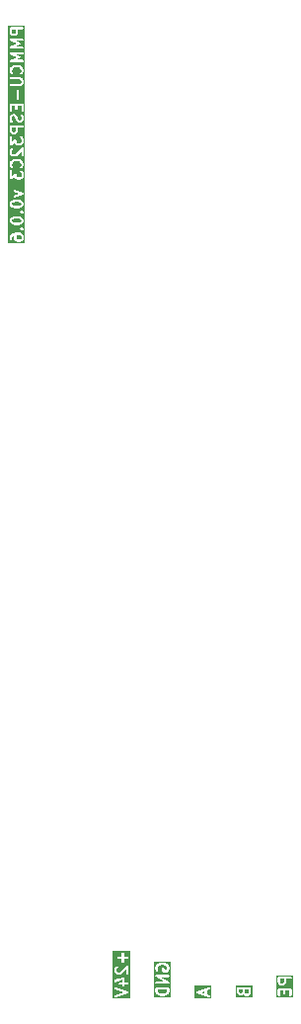
<source format=gbr>
%TF.GenerationSoftware,KiCad,Pcbnew,9.0.2*%
%TF.CreationDate,2025-05-30T08:42:43+03:00*%
%TF.ProjectId,PMMCU-ESP32C3,504d4d43-552d-4455-9350-333243332e6b,rev?*%
%TF.SameCoordinates,Original*%
%TF.FileFunction,Legend,Bot*%
%TF.FilePolarity,Positive*%
%FSLAX46Y46*%
G04 Gerber Fmt 4.6, Leading zero omitted, Abs format (unit mm)*
G04 Created by KiCad (PCBNEW 9.0.2) date 2025-05-30 08:42:43*
%MOMM*%
%LPD*%
G01*
G04 APERTURE LIST*
%ADD10C,0.200000*%
G04 APERTURE END LIST*
D10*
G36*
X21852219Y-46963862D02*
G01*
X21822414Y-47023471D01*
X21797746Y-47048138D01*
X21738135Y-47077945D01*
X21642492Y-47077945D01*
X21582882Y-47048140D01*
X21563430Y-47028688D01*
X21528409Y-46923623D01*
X21528409Y-46706517D01*
X21852219Y-46706517D01*
X21852219Y-46963862D01*
G37*
G36*
X21328409Y-46916243D02*
G01*
X21298604Y-46975852D01*
X21273935Y-47000520D01*
X21214326Y-47030326D01*
X21166302Y-47030326D01*
X21106692Y-47000521D01*
X21082024Y-46975852D01*
X21052219Y-46916242D01*
X21052219Y-46706517D01*
X21328409Y-46706517D01*
X21328409Y-46916243D01*
G37*
G36*
X22163330Y-47389056D02*
G01*
X20741108Y-47389056D01*
X20741108Y-46606517D01*
X20852219Y-46606517D01*
X20852219Y-46939850D01*
X20854140Y-46959359D01*
X20855515Y-46962679D01*
X20855770Y-46966263D01*
X20862776Y-46984571D01*
X20910395Y-47079809D01*
X20915680Y-47088205D01*
X20916691Y-47090645D01*
X20918944Y-47093391D01*
X20920838Y-47096399D01*
X20922832Y-47098128D01*
X20929127Y-47105799D01*
X20976746Y-47153417D01*
X20984412Y-47159709D01*
X20986145Y-47161707D01*
X20989153Y-47163600D01*
X20991899Y-47165854D01*
X20994339Y-47166864D01*
X21002736Y-47172150D01*
X21097973Y-47219769D01*
X21116282Y-47226775D01*
X21119865Y-47227029D01*
X21123186Y-47228405D01*
X21142695Y-47230326D01*
X21237933Y-47230326D01*
X21257442Y-47228405D01*
X21260762Y-47227029D01*
X21264346Y-47226775D01*
X21282654Y-47219769D01*
X21377892Y-47172150D01*
X21386288Y-47166864D01*
X21388728Y-47165854D01*
X21391474Y-47163600D01*
X21394482Y-47161707D01*
X21396211Y-47159712D01*
X21403882Y-47153418D01*
X21404670Y-47152629D01*
X21405317Y-47153418D01*
X21452936Y-47201036D01*
X21460602Y-47207328D01*
X21462335Y-47209326D01*
X21465343Y-47211219D01*
X21468089Y-47213473D01*
X21470529Y-47214483D01*
X21478926Y-47219769D01*
X21574163Y-47267388D01*
X21592472Y-47274394D01*
X21596055Y-47274648D01*
X21599376Y-47276024D01*
X21618885Y-47277945D01*
X21761742Y-47277945D01*
X21781251Y-47276024D01*
X21784571Y-47274648D01*
X21788155Y-47274394D01*
X21806463Y-47267388D01*
X21901701Y-47219769D01*
X21910093Y-47214485D01*
X21912537Y-47213474D01*
X21915286Y-47211217D01*
X21918291Y-47209326D01*
X21920020Y-47207331D01*
X21927690Y-47201037D01*
X21975310Y-47153419D01*
X21981603Y-47145750D01*
X21983600Y-47144019D01*
X21985493Y-47141010D01*
X21987747Y-47138265D01*
X21988757Y-47135824D01*
X21994043Y-47127428D01*
X22041662Y-47032191D01*
X22048668Y-47013882D01*
X22048922Y-47010298D01*
X22050298Y-47006978D01*
X22052219Y-46987469D01*
X22052219Y-46606517D01*
X22050298Y-46587008D01*
X22035366Y-46550960D01*
X22007776Y-46523370D01*
X21971728Y-46508438D01*
X21952219Y-46506517D01*
X20952219Y-46506517D01*
X20932710Y-46508438D01*
X20896662Y-46523370D01*
X20869072Y-46550960D01*
X20854140Y-46587008D01*
X20852219Y-46606517D01*
X20741108Y-46606517D01*
X20741108Y-46395406D01*
X22163330Y-46395406D01*
X22163330Y-47389056D01*
G37*
G36*
X24876028Y-46059100D02*
G01*
X24846223Y-46118709D01*
X24821554Y-46143377D01*
X24761945Y-46173183D01*
X24666302Y-46173183D01*
X24606692Y-46143378D01*
X24582024Y-46118709D01*
X24552219Y-46059099D01*
X24552219Y-45801755D01*
X24876028Y-45801755D01*
X24876028Y-46059100D01*
G37*
G36*
X25663330Y-47387135D02*
G01*
X24241108Y-47387135D01*
X24241108Y-46701755D01*
X24352219Y-46701755D01*
X24352219Y-47177945D01*
X24354140Y-47197454D01*
X24369072Y-47233502D01*
X24396662Y-47261092D01*
X24432710Y-47276024D01*
X24471728Y-47276024D01*
X24507776Y-47261092D01*
X24535366Y-47233502D01*
X24550298Y-47197454D01*
X24552219Y-47177945D01*
X24552219Y-46801755D01*
X24828409Y-46801755D01*
X24828409Y-47035088D01*
X24830330Y-47054597D01*
X24845262Y-47090645D01*
X24872852Y-47118235D01*
X24908900Y-47133167D01*
X24947918Y-47133167D01*
X24983966Y-47118235D01*
X25011556Y-47090645D01*
X25026488Y-47054597D01*
X25028409Y-47035088D01*
X25028409Y-46801755D01*
X25352219Y-46801755D01*
X25352219Y-47177945D01*
X25354140Y-47197454D01*
X25369072Y-47233502D01*
X25396662Y-47261092D01*
X25432710Y-47276024D01*
X25471728Y-47276024D01*
X25507776Y-47261092D01*
X25535366Y-47233502D01*
X25550298Y-47197454D01*
X25552219Y-47177945D01*
X25552219Y-46701755D01*
X25550298Y-46682246D01*
X25535366Y-46646198D01*
X25507776Y-46618608D01*
X25471728Y-46603676D01*
X25452219Y-46601755D01*
X24452219Y-46601755D01*
X24432710Y-46603676D01*
X24396662Y-46618608D01*
X24369072Y-46646198D01*
X24354140Y-46682246D01*
X24352219Y-46701755D01*
X24241108Y-46701755D01*
X24241108Y-45701755D01*
X24352219Y-45701755D01*
X24352219Y-46082707D01*
X24354140Y-46102216D01*
X24355515Y-46105536D01*
X24355770Y-46109120D01*
X24362776Y-46127428D01*
X24410395Y-46222666D01*
X24415680Y-46231062D01*
X24416691Y-46233502D01*
X24418944Y-46236248D01*
X24420838Y-46239256D01*
X24422832Y-46240985D01*
X24429127Y-46248656D01*
X24476746Y-46296274D01*
X24484412Y-46302566D01*
X24486145Y-46304564D01*
X24489153Y-46306457D01*
X24491899Y-46308711D01*
X24494339Y-46309721D01*
X24502736Y-46315007D01*
X24597973Y-46362626D01*
X24616282Y-46369632D01*
X24619865Y-46369886D01*
X24623186Y-46371262D01*
X24642695Y-46373183D01*
X24785552Y-46373183D01*
X24805061Y-46371262D01*
X24808381Y-46369886D01*
X24811965Y-46369632D01*
X24830273Y-46362626D01*
X24925511Y-46315007D01*
X24933907Y-46309721D01*
X24936347Y-46308711D01*
X24939093Y-46306457D01*
X24942101Y-46304564D01*
X24943830Y-46302569D01*
X24951501Y-46296275D01*
X24999119Y-46248656D01*
X25005411Y-46240989D01*
X25007409Y-46239257D01*
X25009302Y-46236248D01*
X25011556Y-46233503D01*
X25012566Y-46231062D01*
X25017852Y-46222666D01*
X25065471Y-46127429D01*
X25072477Y-46109120D01*
X25072731Y-46105536D01*
X25074107Y-46102216D01*
X25076028Y-46082707D01*
X25076028Y-45801755D01*
X25452219Y-45801755D01*
X25471728Y-45799834D01*
X25507776Y-45784902D01*
X25535366Y-45757312D01*
X25550298Y-45721264D01*
X25550298Y-45682246D01*
X25535366Y-45646198D01*
X25507776Y-45618608D01*
X25471728Y-45603676D01*
X25452219Y-45601755D01*
X24452219Y-45601755D01*
X24432710Y-45603676D01*
X24396662Y-45618608D01*
X24369072Y-45646198D01*
X24354140Y-45682246D01*
X24352219Y-45701755D01*
X24241108Y-45701755D01*
X24241108Y-45490644D01*
X25663330Y-45490644D01*
X25663330Y-47387135D01*
G37*
G36*
X2297746Y17881474D02*
G01*
X2322414Y17856807D01*
X2352219Y17797197D01*
X2352219Y17653935D01*
X2322414Y17594326D01*
X2297746Y17569659D01*
X2238135Y17539852D01*
X2047254Y17539852D01*
X1987644Y17569657D01*
X1962976Y17594326D01*
X1933171Y17653936D01*
X1933171Y17797197D01*
X1962976Y17856807D01*
X1987644Y17881476D01*
X2047254Y17911280D01*
X2238135Y17911280D01*
X2297746Y17881474D01*
G37*
G36*
X2226837Y19297881D02*
G01*
X2297746Y19262426D01*
X2322414Y19237759D01*
X2352219Y19178149D01*
X2352219Y19130125D01*
X2322414Y19070516D01*
X2297746Y19045849D01*
X2226837Y19010394D01*
X2058956Y18968423D01*
X1845480Y18968423D01*
X1677599Y19010394D01*
X1606692Y19045847D01*
X1582024Y19070516D01*
X1552219Y19130126D01*
X1552219Y19178149D01*
X1582024Y19237759D01*
X1606692Y19262428D01*
X1677599Y19297881D01*
X1845480Y19339851D01*
X2058956Y19339851D01*
X2226837Y19297881D01*
G37*
G36*
X2226837Y20726452D02*
G01*
X2297746Y20690997D01*
X2322414Y20666330D01*
X2352219Y20606720D01*
X2352219Y20558696D01*
X2322414Y20499087D01*
X2297746Y20474420D01*
X2226837Y20438965D01*
X2058956Y20396994D01*
X1845480Y20396994D01*
X1677599Y20438965D01*
X1606692Y20474418D01*
X1582024Y20499087D01*
X1552219Y20558697D01*
X1552219Y20606720D01*
X1582024Y20666330D01*
X1606692Y20690999D01*
X1677599Y20726452D01*
X1845480Y20768422D01*
X2058956Y20768422D01*
X2226837Y20726452D01*
G37*
G36*
X1876028Y26844411D02*
G01*
X1846223Y26784802D01*
X1821554Y26760134D01*
X1761945Y26730328D01*
X1666302Y26730328D01*
X1606692Y26760133D01*
X1582024Y26784802D01*
X1552219Y26844412D01*
X1552219Y27101756D01*
X1876028Y27101756D01*
X1876028Y26844411D01*
G37*
G36*
X1876028Y35272982D02*
G01*
X1846223Y35213373D01*
X1821554Y35188705D01*
X1761945Y35158899D01*
X1666302Y35158899D01*
X1606692Y35188704D01*
X1582024Y35213373D01*
X1552219Y35272983D01*
X1552219Y35530327D01*
X1876028Y35530327D01*
X1876028Y35272982D01*
G37*
G36*
X2663330Y17228741D02*
G01*
X1241108Y17228741D01*
X1241108Y17725566D01*
X1352219Y17725566D01*
X1352219Y17535090D01*
X1354140Y17515581D01*
X1369072Y17479533D01*
X1396662Y17451943D01*
X1432710Y17437011D01*
X1471728Y17437011D01*
X1507776Y17451943D01*
X1535366Y17479533D01*
X1550298Y17515581D01*
X1552219Y17535090D01*
X1552219Y17701959D01*
X1582024Y17761569D01*
X1611165Y17790711D01*
X1731372Y17870849D01*
X1748534Y17875139D01*
X1743728Y17865525D01*
X1736722Y17847217D01*
X1736467Y17843634D01*
X1735092Y17840313D01*
X1733171Y17820804D01*
X1733171Y17630328D01*
X1735092Y17610819D01*
X1736467Y17607499D01*
X1736722Y17603915D01*
X1743728Y17585607D01*
X1791347Y17490369D01*
X1796632Y17481973D01*
X1797643Y17479533D01*
X1799896Y17476787D01*
X1801790Y17473779D01*
X1803784Y17472050D01*
X1810079Y17464379D01*
X1857698Y17416761D01*
X1865364Y17410469D01*
X1867097Y17408471D01*
X1870105Y17406578D01*
X1872851Y17404324D01*
X1875291Y17403314D01*
X1883688Y17398028D01*
X1978925Y17350409D01*
X1997234Y17343403D01*
X2000817Y17343149D01*
X2004138Y17341773D01*
X2023647Y17339852D01*
X2261742Y17339852D01*
X2281251Y17341773D01*
X2284571Y17343149D01*
X2288155Y17343403D01*
X2306463Y17350409D01*
X2401701Y17398028D01*
X2410093Y17403312D01*
X2412537Y17404323D01*
X2415286Y17406580D01*
X2418291Y17408471D01*
X2420020Y17410466D01*
X2427690Y17416760D01*
X2475310Y17464378D01*
X2481603Y17472047D01*
X2483600Y17473778D01*
X2485493Y17476787D01*
X2487747Y17479532D01*
X2488757Y17481973D01*
X2494043Y17490369D01*
X2541662Y17585606D01*
X2548668Y17603915D01*
X2548922Y17607499D01*
X2550298Y17610819D01*
X2552219Y17630328D01*
X2552219Y17820804D01*
X2550298Y17840313D01*
X2548922Y17843634D01*
X2548668Y17847217D01*
X2541662Y17865526D01*
X2494043Y17960763D01*
X2488757Y17969160D01*
X2487747Y17971600D01*
X2485493Y17974346D01*
X2483600Y17977354D01*
X2481603Y17979086D01*
X2475310Y17986754D01*
X2427690Y18034372D01*
X2420020Y18040667D01*
X2418291Y18042661D01*
X2415286Y18044553D01*
X2412537Y18046809D01*
X2410093Y18047821D01*
X2401701Y18053104D01*
X2306463Y18100723D01*
X2288155Y18107729D01*
X2284571Y18107984D01*
X2281251Y18109359D01*
X2261742Y18111280D01*
X1880790Y18111280D01*
X1877387Y18110945D01*
X1875929Y18111162D01*
X1868631Y18110083D01*
X1861281Y18109359D01*
X1859917Y18108795D01*
X1856536Y18108294D01*
X1666060Y18060675D01*
X1654565Y18056569D01*
X1652142Y18056089D01*
X1649945Y18054919D01*
X1647600Y18054080D01*
X1645613Y18052609D01*
X1634844Y18046866D01*
X1491987Y17951628D01*
X1491933Y17951585D01*
X1491899Y17951570D01*
X1484413Y17945426D01*
X1476820Y17939208D01*
X1476798Y17939177D01*
X1476746Y17939133D01*
X1429127Y17891515D01*
X1422832Y17883845D01*
X1420838Y17882115D01*
X1418944Y17879108D01*
X1416691Y17876361D01*
X1415680Y17873922D01*
X1410395Y17865525D01*
X1362776Y17770287D01*
X1355770Y17751979D01*
X1355515Y17748396D01*
X1354140Y17745075D01*
X1352219Y17725566D01*
X1241108Y17725566D01*
X1241108Y18459360D01*
X2258901Y18459360D01*
X2258901Y18420342D01*
X2260385Y18416759D01*
X2273832Y18384294D01*
X2273833Y18384293D01*
X2286270Y18369140D01*
X2333890Y18321521D01*
X2349043Y18309084D01*
X2374533Y18298527D01*
X2385091Y18294153D01*
X2385092Y18294153D01*
X2424109Y18294153D01*
X2445226Y18302901D01*
X2460158Y18309085D01*
X2460162Y18309090D01*
X2475311Y18321521D01*
X2522929Y18369140D01*
X2535366Y18384293D01*
X2546735Y18411741D01*
X2550298Y18420342D01*
X2550298Y18459360D01*
X2535366Y18495408D01*
X2535366Y18495409D01*
X2522929Y18510562D01*
X2475311Y18558181D01*
X2460162Y18570613D01*
X2460158Y18570617D01*
X2445226Y18576802D01*
X2424109Y18585549D01*
X2385091Y18585549D01*
X2374533Y18581176D01*
X2349043Y18570618D01*
X2333890Y18558181D01*
X2286270Y18510562D01*
X2273833Y18495409D01*
X2273832Y18495408D01*
X2263274Y18469918D01*
X2258901Y18459360D01*
X1241108Y18459360D01*
X1241108Y19201756D01*
X1352219Y19201756D01*
X1352219Y19106518D01*
X1354140Y19087009D01*
X1355515Y19083689D01*
X1355770Y19080105D01*
X1362776Y19061797D01*
X1410395Y18966559D01*
X1415680Y18958163D01*
X1416691Y18955723D01*
X1418944Y18952977D01*
X1420838Y18949969D01*
X1422832Y18948240D01*
X1429127Y18940569D01*
X1476746Y18892951D01*
X1484412Y18886659D01*
X1486145Y18884661D01*
X1489153Y18882768D01*
X1491899Y18880514D01*
X1494339Y18879504D01*
X1502736Y18874218D01*
X1597973Y18826599D01*
X1599401Y18826053D01*
X1599981Y18825623D01*
X1608157Y18822702D01*
X1616282Y18819593D01*
X1617002Y18819542D01*
X1618441Y18819028D01*
X1808917Y18771409D01*
X1812298Y18770909D01*
X1813662Y18770344D01*
X1821012Y18769621D01*
X1828310Y18768541D01*
X1829768Y18768759D01*
X1833171Y18768423D01*
X2071266Y18768423D01*
X2074668Y18768759D01*
X2076127Y18768541D01*
X2083424Y18769621D01*
X2090775Y18770344D01*
X2092138Y18770909D01*
X2095520Y18771409D01*
X2285995Y18819028D01*
X2287432Y18819542D01*
X2288155Y18819593D01*
X2296279Y18822702D01*
X2304456Y18825623D01*
X2305036Y18826054D01*
X2306463Y18826599D01*
X2401701Y18874218D01*
X2410093Y18879502D01*
X2412537Y18880513D01*
X2415286Y18882770D01*
X2418291Y18884661D01*
X2420020Y18886656D01*
X2427690Y18892950D01*
X2475310Y18940568D01*
X2481603Y18948237D01*
X2483600Y18949968D01*
X2485493Y18952977D01*
X2487747Y18955722D01*
X2488757Y18958163D01*
X2494043Y18966559D01*
X2541662Y19061796D01*
X2548668Y19080105D01*
X2548922Y19083689D01*
X2550298Y19087009D01*
X2552219Y19106518D01*
X2552219Y19201756D01*
X2550298Y19221265D01*
X2548922Y19224586D01*
X2548668Y19228169D01*
X2541662Y19246478D01*
X2494043Y19341715D01*
X2488757Y19350112D01*
X2487747Y19352552D01*
X2485493Y19355298D01*
X2483600Y19358306D01*
X2481603Y19360038D01*
X2475310Y19367706D01*
X2427690Y19415324D01*
X2420020Y19421619D01*
X2418291Y19423613D01*
X2415286Y19425505D01*
X2412537Y19427761D01*
X2410093Y19428773D01*
X2401701Y19434056D01*
X2306463Y19481675D01*
X2305036Y19482221D01*
X2304456Y19482651D01*
X2296279Y19485573D01*
X2288155Y19488681D01*
X2287432Y19488733D01*
X2285995Y19489246D01*
X2095520Y19536865D01*
X2092138Y19537366D01*
X2090775Y19537930D01*
X2083424Y19538654D01*
X2076127Y19539733D01*
X2074668Y19539516D01*
X2071266Y19539851D01*
X1833171Y19539851D01*
X1829768Y19539516D01*
X1828310Y19539733D01*
X1821012Y19538654D01*
X1813662Y19537930D01*
X1812298Y19537366D01*
X1808917Y19536865D01*
X1618441Y19489246D01*
X1617002Y19488733D01*
X1616282Y19488681D01*
X1608157Y19485573D01*
X1599981Y19482651D01*
X1599401Y19482222D01*
X1597973Y19481675D01*
X1502736Y19434056D01*
X1494339Y19428771D01*
X1491899Y19427760D01*
X1489153Y19425507D01*
X1486145Y19423613D01*
X1484412Y19421616D01*
X1476746Y19415323D01*
X1429127Y19367705D01*
X1422832Y19360035D01*
X1420838Y19358305D01*
X1418944Y19355298D01*
X1416691Y19352551D01*
X1415680Y19350112D01*
X1410395Y19341715D01*
X1362776Y19246477D01*
X1355770Y19228169D01*
X1355515Y19224586D01*
X1354140Y19221265D01*
X1352219Y19201756D01*
X1241108Y19201756D01*
X1241108Y19887931D01*
X2258901Y19887931D01*
X2258901Y19848913D01*
X2260385Y19845330D01*
X2273832Y19812865D01*
X2273833Y19812864D01*
X2286270Y19797711D01*
X2333890Y19750092D01*
X2349043Y19737655D01*
X2374533Y19727098D01*
X2385091Y19722724D01*
X2385092Y19722724D01*
X2424109Y19722724D01*
X2445226Y19731472D01*
X2460158Y19737656D01*
X2460162Y19737661D01*
X2475311Y19750092D01*
X2522929Y19797711D01*
X2535366Y19812864D01*
X2546735Y19840312D01*
X2550298Y19848913D01*
X2550298Y19887931D01*
X2535366Y19923979D01*
X2535366Y19923980D01*
X2522929Y19939133D01*
X2475311Y19986752D01*
X2460162Y19999184D01*
X2460158Y19999188D01*
X2445226Y20005373D01*
X2424109Y20014120D01*
X2385091Y20014120D01*
X2374533Y20009747D01*
X2349043Y19999189D01*
X2333890Y19986752D01*
X2286270Y19939133D01*
X2273833Y19923980D01*
X2273832Y19923979D01*
X2263274Y19898489D01*
X2258901Y19887931D01*
X1241108Y19887931D01*
X1241108Y20630327D01*
X1352219Y20630327D01*
X1352219Y20535089D01*
X1354140Y20515580D01*
X1355515Y20512260D01*
X1355770Y20508676D01*
X1362776Y20490368D01*
X1410395Y20395130D01*
X1415680Y20386734D01*
X1416691Y20384294D01*
X1418944Y20381548D01*
X1420838Y20378540D01*
X1422832Y20376811D01*
X1429127Y20369140D01*
X1476746Y20321522D01*
X1484412Y20315230D01*
X1486145Y20313232D01*
X1489153Y20311339D01*
X1491899Y20309085D01*
X1494339Y20308075D01*
X1502736Y20302789D01*
X1597973Y20255170D01*
X1599401Y20254624D01*
X1599981Y20254194D01*
X1608157Y20251273D01*
X1616282Y20248164D01*
X1617002Y20248113D01*
X1618441Y20247599D01*
X1808917Y20199980D01*
X1812298Y20199480D01*
X1813662Y20198915D01*
X1821012Y20198192D01*
X1828310Y20197112D01*
X1829768Y20197330D01*
X1833171Y20196994D01*
X2071266Y20196994D01*
X2074668Y20197330D01*
X2076127Y20197112D01*
X2083424Y20198192D01*
X2090775Y20198915D01*
X2092138Y20199480D01*
X2095520Y20199980D01*
X2285995Y20247599D01*
X2287432Y20248113D01*
X2288155Y20248164D01*
X2296279Y20251273D01*
X2304456Y20254194D01*
X2305036Y20254625D01*
X2306463Y20255170D01*
X2401701Y20302789D01*
X2410093Y20308073D01*
X2412537Y20309084D01*
X2415286Y20311341D01*
X2418291Y20313232D01*
X2420020Y20315227D01*
X2427690Y20321521D01*
X2475310Y20369139D01*
X2481603Y20376808D01*
X2483600Y20378539D01*
X2485493Y20381548D01*
X2487747Y20384293D01*
X2488757Y20386734D01*
X2494043Y20395130D01*
X2541662Y20490367D01*
X2548668Y20508676D01*
X2548922Y20512260D01*
X2550298Y20515580D01*
X2552219Y20535089D01*
X2552219Y20630327D01*
X2550298Y20649836D01*
X2548922Y20653157D01*
X2548668Y20656740D01*
X2541662Y20675049D01*
X2494043Y20770286D01*
X2488757Y20778683D01*
X2487747Y20781123D01*
X2485493Y20783869D01*
X2483600Y20786877D01*
X2481603Y20788609D01*
X2475310Y20796277D01*
X2427690Y20843895D01*
X2420020Y20850190D01*
X2418291Y20852184D01*
X2415286Y20854076D01*
X2412537Y20856332D01*
X2410093Y20857344D01*
X2401701Y20862627D01*
X2306463Y20910246D01*
X2305036Y20910792D01*
X2304456Y20911222D01*
X2296279Y20914144D01*
X2288155Y20917252D01*
X2287432Y20917304D01*
X2285995Y20917817D01*
X2095520Y20965436D01*
X2092138Y20965937D01*
X2090775Y20966501D01*
X2083424Y20967225D01*
X2076127Y20968304D01*
X2074668Y20968087D01*
X2071266Y20968422D01*
X1833171Y20968422D01*
X1829768Y20968087D01*
X1828310Y20968304D01*
X1821012Y20967225D01*
X1813662Y20966501D01*
X1812298Y20965937D01*
X1808917Y20965436D01*
X1618441Y20917817D01*
X1617002Y20917304D01*
X1616282Y20917252D01*
X1608157Y20914144D01*
X1599981Y20911222D01*
X1599401Y20910793D01*
X1597973Y20910246D01*
X1502736Y20862627D01*
X1494339Y20857342D01*
X1491899Y20856331D01*
X1489153Y20854078D01*
X1486145Y20852184D01*
X1484412Y20850187D01*
X1476746Y20843894D01*
X1429127Y20796276D01*
X1422832Y20788606D01*
X1420838Y20786876D01*
X1418944Y20783869D01*
X1416691Y20781122D01*
X1415680Y20778683D01*
X1410395Y20770286D01*
X1362776Y20675048D01*
X1355770Y20656740D01*
X1355515Y20653157D01*
X1354140Y20649836D01*
X1352219Y20630327D01*
X1241108Y20630327D01*
X1241108Y21692561D01*
X1686625Y21692561D01*
X1688563Y21653591D01*
X1705266Y21618329D01*
X1734192Y21592142D01*
X1751918Y21583772D01*
X2154897Y21439851D01*
X1751918Y21295930D01*
X1734192Y21287560D01*
X1705266Y21261373D01*
X1688563Y21226111D01*
X1686625Y21187141D01*
X1699748Y21150396D01*
X1725935Y21121470D01*
X1761197Y21104767D01*
X1800167Y21102829D01*
X1819186Y21107582D01*
X2485852Y21345677D01*
X2503579Y21354047D01*
X2507301Y21357418D01*
X2511836Y21359565D01*
X2521657Y21370415D01*
X2532504Y21380234D01*
X2534651Y21384769D01*
X2538022Y21388491D01*
X2542943Y21402273D01*
X2549208Y21415496D01*
X2549457Y21420511D01*
X2551145Y21425236D01*
X2550418Y21439851D01*
X2551145Y21454466D01*
X2549457Y21459192D01*
X2549208Y21464206D01*
X2542943Y21477430D01*
X2538022Y21491211D01*
X2534651Y21494934D01*
X2532504Y21499468D01*
X2521657Y21509288D01*
X2511836Y21520137D01*
X2507301Y21522285D01*
X2503579Y21525655D01*
X2485852Y21534025D01*
X1819186Y21772120D01*
X1800167Y21776873D01*
X1761197Y21774935D01*
X1725935Y21758232D01*
X1699748Y21729306D01*
X1686625Y21692561D01*
X1241108Y21692561D01*
X1241108Y23392232D01*
X1352219Y23392232D01*
X1352219Y22773185D01*
X1353234Y22762868D01*
X1353060Y22760243D01*
X1353671Y22758436D01*
X1354140Y22753676D01*
X1360355Y22738671D01*
X1365560Y22723282D01*
X1367781Y22720743D01*
X1369072Y22717628D01*
X1380556Y22706144D01*
X1391254Y22693918D01*
X1394277Y22692423D01*
X1396662Y22690038D01*
X1411668Y22683822D01*
X1426229Y22676621D01*
X1429594Y22676397D01*
X1432710Y22675106D01*
X1448958Y22675106D01*
X1465161Y22674026D01*
X1468354Y22675106D01*
X1471728Y22675106D01*
X1486733Y22681322D01*
X1502122Y22686526D01*
X1506012Y22689308D01*
X1507776Y22690038D01*
X1509635Y22691898D01*
X1518069Y22697927D01*
X1751923Y22902550D01*
X1791347Y22823702D01*
X1796632Y22815306D01*
X1797643Y22812866D01*
X1799896Y22810120D01*
X1801790Y22807112D01*
X1803784Y22805383D01*
X1810079Y22797712D01*
X1857698Y22750094D01*
X1865364Y22743802D01*
X1867097Y22741804D01*
X1870105Y22739911D01*
X1872851Y22737657D01*
X1875291Y22736647D01*
X1883688Y22731361D01*
X1978925Y22683742D01*
X1997234Y22676736D01*
X2000817Y22676482D01*
X2004138Y22675106D01*
X2023647Y22673185D01*
X2261742Y22673185D01*
X2281251Y22675106D01*
X2284571Y22676482D01*
X2288155Y22676736D01*
X2306463Y22683742D01*
X2401701Y22731361D01*
X2410093Y22736645D01*
X2412537Y22737656D01*
X2415286Y22739913D01*
X2418291Y22741804D01*
X2420020Y22743799D01*
X2427690Y22750093D01*
X2475310Y22797711D01*
X2481603Y22805380D01*
X2483600Y22807111D01*
X2485493Y22810120D01*
X2487747Y22812865D01*
X2488757Y22815306D01*
X2494043Y22823702D01*
X2541662Y22918939D01*
X2548668Y22937248D01*
X2548922Y22940832D01*
X2550298Y22944152D01*
X2552219Y22963661D01*
X2552219Y23249375D01*
X2550298Y23268884D01*
X2548922Y23272205D01*
X2548668Y23275788D01*
X2541662Y23294097D01*
X2494043Y23389334D01*
X2488757Y23397731D01*
X2487747Y23400171D01*
X2485493Y23402917D01*
X2483600Y23405925D01*
X2481603Y23407657D01*
X2475310Y23415325D01*
X2427690Y23462943D01*
X2412537Y23475380D01*
X2376488Y23490311D01*
X2337470Y23490310D01*
X2301422Y23475379D01*
X2273832Y23447789D01*
X2258901Y23411740D01*
X2258902Y23372722D01*
X2273833Y23336674D01*
X2286270Y23321521D01*
X2322414Y23285378D01*
X2352219Y23225768D01*
X2352219Y22987268D01*
X2322414Y22927659D01*
X2297746Y22902992D01*
X2238135Y22873185D01*
X2047254Y22873185D01*
X1987644Y22902990D01*
X1962976Y22927659D01*
X1933171Y22987269D01*
X1933171Y23106518D01*
X1932155Y23116836D01*
X1932330Y23119460D01*
X1931718Y23121268D01*
X1931250Y23126027D01*
X1925035Y23141031D01*
X1919830Y23156422D01*
X1917607Y23158962D01*
X1916318Y23162075D01*
X1904840Y23173553D01*
X1894136Y23185786D01*
X1891111Y23187282D01*
X1888728Y23189665D01*
X1873726Y23195880D01*
X1859161Y23203082D01*
X1855795Y23203307D01*
X1852680Y23204597D01*
X1836432Y23204597D01*
X1820229Y23205677D01*
X1817036Y23204597D01*
X1813662Y23204597D01*
X1798656Y23198382D01*
X1783268Y23193177D01*
X1779377Y23190396D01*
X1777614Y23189665D01*
X1775754Y23187806D01*
X1767321Y23181776D01*
X1552219Y22993562D01*
X1552219Y23392232D01*
X1550298Y23411741D01*
X1535366Y23447789D01*
X1507776Y23475379D01*
X1471728Y23490311D01*
X1432710Y23490311D01*
X1396662Y23475379D01*
X1369072Y23447789D01*
X1354140Y23411741D01*
X1352219Y23392232D01*
X1241108Y23392232D01*
X1241108Y24011280D01*
X1352219Y24011280D01*
X1352219Y23916042D01*
X1353191Y23906169D01*
X1353004Y23903535D01*
X1353791Y23900072D01*
X1354140Y23896533D01*
X1355151Y23894091D01*
X1357351Y23884419D01*
X1404970Y23741563D01*
X1412961Y23723662D01*
X1415316Y23720947D01*
X1416691Y23717628D01*
X1429127Y23702474D01*
X1476746Y23654856D01*
X1491899Y23642419D01*
X1527948Y23627488D01*
X1566966Y23627488D01*
X1603014Y23642419D01*
X1630604Y23670009D01*
X1645535Y23706057D01*
X1645535Y23745075D01*
X1630604Y23781124D01*
X1618167Y23796277D01*
X1587240Y23827204D01*
X1552219Y23932269D01*
X1552219Y23995053D01*
X1587240Y24100118D01*
X1654313Y24167190D01*
X1725218Y24202643D01*
X1893099Y24244613D01*
X2011337Y24244613D01*
X2179218Y24202643D01*
X2250127Y24167189D01*
X2317197Y24100119D01*
X2352219Y23995054D01*
X2352219Y23932269D01*
X2317197Y23827204D01*
X2286270Y23796277D01*
X2273833Y23781124D01*
X2258902Y23745076D01*
X2258901Y23706058D01*
X2273832Y23670009D01*
X2301422Y23642419D01*
X2337470Y23627488D01*
X2376488Y23627487D01*
X2412537Y23642418D01*
X2427690Y23654855D01*
X2475310Y23702473D01*
X2487747Y23717627D01*
X2489122Y23720947D01*
X2491477Y23723662D01*
X2499468Y23741562D01*
X2547087Y23884419D01*
X2549286Y23894092D01*
X2550298Y23896533D01*
X2550646Y23900071D01*
X2551434Y23903534D01*
X2551246Y23906169D01*
X2552219Y23916042D01*
X2552219Y24011280D01*
X2551246Y24021154D01*
X2551434Y24023788D01*
X2550646Y24027252D01*
X2550298Y24030789D01*
X2549286Y24033231D01*
X2547087Y24042903D01*
X2499468Y24185760D01*
X2491477Y24203660D01*
X2489122Y24206376D01*
X2487747Y24209695D01*
X2475311Y24224848D01*
X2380071Y24320086D01*
X2372401Y24326381D01*
X2370672Y24328375D01*
X2367667Y24330267D01*
X2364918Y24332523D01*
X2362474Y24333536D01*
X2354082Y24338818D01*
X2258844Y24386437D01*
X2257417Y24386983D01*
X2256837Y24387413D01*
X2248660Y24390335D01*
X2240536Y24393443D01*
X2239813Y24393495D01*
X2238376Y24394008D01*
X2047901Y24441627D01*
X2044519Y24442128D01*
X2043156Y24442692D01*
X2035805Y24443416D01*
X2028508Y24444495D01*
X2027049Y24444278D01*
X2023647Y24444613D01*
X1880790Y24444613D01*
X1877387Y24444278D01*
X1875929Y24444495D01*
X1868631Y24443416D01*
X1861281Y24442692D01*
X1859917Y24442128D01*
X1856536Y24441627D01*
X1666060Y24394008D01*
X1664621Y24393495D01*
X1663901Y24393443D01*
X1655776Y24390335D01*
X1647600Y24387413D01*
X1647020Y24386984D01*
X1645592Y24386437D01*
X1550355Y24338818D01*
X1541956Y24333532D01*
X1539519Y24332522D01*
X1536775Y24330271D01*
X1533764Y24328375D01*
X1532031Y24326378D01*
X1524365Y24320086D01*
X1429127Y24224848D01*
X1416691Y24209694D01*
X1415316Y24206376D01*
X1412961Y24203660D01*
X1404970Y24185759D01*
X1357351Y24042903D01*
X1355151Y24033232D01*
X1354140Y24030789D01*
X1353791Y24027251D01*
X1353004Y24023787D01*
X1353191Y24021154D01*
X1352219Y24011280D01*
X1241108Y24011280D01*
X1241108Y25154137D01*
X1352219Y25154137D01*
X1352219Y24916042D01*
X1354140Y24896533D01*
X1355515Y24893213D01*
X1355770Y24889629D01*
X1362776Y24871321D01*
X1410395Y24776083D01*
X1415680Y24767687D01*
X1416691Y24765247D01*
X1418944Y24762501D01*
X1420838Y24759493D01*
X1422832Y24757764D01*
X1429127Y24750093D01*
X1476746Y24702475D01*
X1484412Y24696183D01*
X1486145Y24694185D01*
X1489153Y24692292D01*
X1491899Y24690038D01*
X1494339Y24689028D01*
X1502736Y24683742D01*
X1597973Y24636123D01*
X1616282Y24629117D01*
X1619865Y24628863D01*
X1623186Y24627487D01*
X1642695Y24625566D01*
X1737933Y24625566D01*
X1747806Y24626539D01*
X1750440Y24626351D01*
X1753903Y24627139D01*
X1757442Y24627487D01*
X1759884Y24628499D01*
X1769556Y24630698D01*
X1912412Y24678317D01*
X1930313Y24686308D01*
X1933028Y24688664D01*
X1936347Y24690038D01*
X1951501Y24702474D01*
X2352219Y25103192D01*
X2352219Y24725566D01*
X2354140Y24706057D01*
X2369072Y24670009D01*
X2396662Y24642419D01*
X2432710Y24627487D01*
X2471728Y24627487D01*
X2507776Y24642419D01*
X2535366Y24670009D01*
X2550298Y24706057D01*
X2552219Y24725566D01*
X2552219Y25344613D01*
X2550298Y25364122D01*
X2535366Y25400170D01*
X2507776Y25427760D01*
X2471728Y25442692D01*
X2432710Y25442692D01*
X2396662Y25427760D01*
X2381508Y25415324D01*
X1826770Y24860588D01*
X1721706Y24825566D01*
X1666302Y24825566D01*
X1606692Y24855371D01*
X1582024Y24880040D01*
X1552219Y24939650D01*
X1552219Y25130530D01*
X1582024Y25190140D01*
X1618167Y25226283D01*
X1630604Y25241436D01*
X1645535Y25277485D01*
X1645535Y25316503D01*
X1630604Y25352551D01*
X1603014Y25380141D01*
X1566966Y25395072D01*
X1527948Y25395072D01*
X1491899Y25380141D01*
X1476746Y25367704D01*
X1429127Y25320086D01*
X1422832Y25312416D01*
X1420838Y25310686D01*
X1418944Y25307679D01*
X1416691Y25304932D01*
X1415680Y25302493D01*
X1410395Y25294096D01*
X1362776Y25198858D01*
X1355770Y25180550D01*
X1355515Y25176967D01*
X1354140Y25173646D01*
X1352219Y25154137D01*
X1241108Y25154137D01*
X1241108Y26296994D01*
X1352219Y26296994D01*
X1352219Y25677947D01*
X1353234Y25667630D01*
X1353060Y25665005D01*
X1353671Y25663198D01*
X1354140Y25658438D01*
X1360355Y25643433D01*
X1365560Y25628044D01*
X1367781Y25625505D01*
X1369072Y25622390D01*
X1380556Y25610906D01*
X1391254Y25598680D01*
X1394277Y25597185D01*
X1396662Y25594800D01*
X1411668Y25588584D01*
X1426229Y25581383D01*
X1429594Y25581159D01*
X1432710Y25579868D01*
X1448958Y25579868D01*
X1465161Y25578788D01*
X1468354Y25579868D01*
X1471728Y25579868D01*
X1486733Y25586084D01*
X1502122Y25591288D01*
X1506012Y25594070D01*
X1507776Y25594800D01*
X1509635Y25596660D01*
X1518069Y25602689D01*
X1751923Y25807312D01*
X1791347Y25728464D01*
X1796632Y25720068D01*
X1797643Y25717628D01*
X1799896Y25714882D01*
X1801790Y25711874D01*
X1803784Y25710145D01*
X1810079Y25702474D01*
X1857698Y25654856D01*
X1865364Y25648564D01*
X1867097Y25646566D01*
X1870105Y25644673D01*
X1872851Y25642419D01*
X1875291Y25641409D01*
X1883688Y25636123D01*
X1978925Y25588504D01*
X1997234Y25581498D01*
X2000817Y25581244D01*
X2004138Y25579868D01*
X2023647Y25577947D01*
X2261742Y25577947D01*
X2281251Y25579868D01*
X2284571Y25581244D01*
X2288155Y25581498D01*
X2306463Y25588504D01*
X2401701Y25636123D01*
X2410093Y25641407D01*
X2412537Y25642418D01*
X2415286Y25644675D01*
X2418291Y25646566D01*
X2420020Y25648561D01*
X2427690Y25654855D01*
X2475310Y25702473D01*
X2481603Y25710142D01*
X2483600Y25711873D01*
X2485493Y25714882D01*
X2487747Y25717627D01*
X2488757Y25720068D01*
X2494043Y25728464D01*
X2541662Y25823701D01*
X2548668Y25842010D01*
X2548922Y25845594D01*
X2550298Y25848914D01*
X2552219Y25868423D01*
X2552219Y26154137D01*
X2550298Y26173646D01*
X2548922Y26176967D01*
X2548668Y26180550D01*
X2541662Y26198859D01*
X2494043Y26294096D01*
X2488757Y26302493D01*
X2487747Y26304933D01*
X2485493Y26307679D01*
X2483600Y26310687D01*
X2481603Y26312419D01*
X2475310Y26320087D01*
X2427690Y26367705D01*
X2412537Y26380142D01*
X2376488Y26395073D01*
X2337470Y26395072D01*
X2301422Y26380141D01*
X2273832Y26352551D01*
X2258901Y26316502D01*
X2258902Y26277484D01*
X2273833Y26241436D01*
X2286270Y26226283D01*
X2322414Y26190140D01*
X2352219Y26130530D01*
X2352219Y25892030D01*
X2322414Y25832421D01*
X2297746Y25807754D01*
X2238135Y25777947D01*
X2047254Y25777947D01*
X1987644Y25807752D01*
X1962976Y25832421D01*
X1933171Y25892031D01*
X1933171Y26011280D01*
X1932155Y26021598D01*
X1932330Y26024222D01*
X1931718Y26026030D01*
X1931250Y26030789D01*
X1925035Y26045793D01*
X1919830Y26061184D01*
X1917607Y26063724D01*
X1916318Y26066837D01*
X1904840Y26078315D01*
X1894136Y26090548D01*
X1891111Y26092044D01*
X1888728Y26094427D01*
X1873726Y26100642D01*
X1859161Y26107844D01*
X1855795Y26108069D01*
X1852680Y26109359D01*
X1836432Y26109359D01*
X1820229Y26110439D01*
X1817036Y26109359D01*
X1813662Y26109359D01*
X1798656Y26103144D01*
X1783268Y26097939D01*
X1779377Y26095158D01*
X1777614Y26094427D01*
X1775754Y26092568D01*
X1767321Y26086538D01*
X1552219Y25898324D01*
X1552219Y26296994D01*
X1550298Y26316503D01*
X1535366Y26352551D01*
X1507776Y26380141D01*
X1471728Y26395073D01*
X1432710Y26395073D01*
X1396662Y26380141D01*
X1369072Y26352551D01*
X1354140Y26316503D01*
X1352219Y26296994D01*
X1241108Y26296994D01*
X1241108Y27201756D01*
X1352219Y27201756D01*
X1352219Y26820804D01*
X1354140Y26801295D01*
X1355515Y26797975D01*
X1355770Y26794391D01*
X1362776Y26776083D01*
X1410395Y26680845D01*
X1415680Y26672449D01*
X1416691Y26670009D01*
X1418944Y26667263D01*
X1420838Y26664255D01*
X1422832Y26662526D01*
X1429127Y26654855D01*
X1476746Y26607237D01*
X1484412Y26600945D01*
X1486145Y26598947D01*
X1489153Y26597054D01*
X1491899Y26594800D01*
X1494339Y26593790D01*
X1502736Y26588504D01*
X1597973Y26540885D01*
X1616282Y26533879D01*
X1619865Y26533625D01*
X1623186Y26532249D01*
X1642695Y26530328D01*
X1785552Y26530328D01*
X1805061Y26532249D01*
X1808381Y26533625D01*
X1811965Y26533879D01*
X1830273Y26540885D01*
X1925511Y26588504D01*
X1933907Y26593790D01*
X1936347Y26594800D01*
X1939093Y26597054D01*
X1942101Y26598947D01*
X1943830Y26600942D01*
X1951501Y26607236D01*
X1999119Y26654855D01*
X2005411Y26662522D01*
X2007409Y26664254D01*
X2009302Y26667263D01*
X2011556Y26670008D01*
X2012566Y26672449D01*
X2017852Y26680845D01*
X2065471Y26776082D01*
X2072477Y26794391D01*
X2072731Y26797975D01*
X2074107Y26801295D01*
X2076028Y26820804D01*
X2076028Y27101756D01*
X2452219Y27101756D01*
X2471728Y27103677D01*
X2507776Y27118609D01*
X2535366Y27146199D01*
X2550298Y27182247D01*
X2550298Y27221265D01*
X2535366Y27257313D01*
X2507776Y27284903D01*
X2471728Y27299835D01*
X2452219Y27301756D01*
X1452219Y27301756D01*
X1432710Y27299835D01*
X1396662Y27284903D01*
X1369072Y27257313D01*
X1354140Y27221265D01*
X1352219Y27201756D01*
X1241108Y27201756D01*
X1241108Y28011280D01*
X1352219Y28011280D01*
X1352219Y27773185D01*
X1353191Y27763312D01*
X1353004Y27760678D01*
X1353791Y27757215D01*
X1354140Y27753676D01*
X1355151Y27751234D01*
X1357351Y27741562D01*
X1404970Y27598706D01*
X1412961Y27580805D01*
X1438526Y27551329D01*
X1473425Y27533880D01*
X1512345Y27531113D01*
X1549361Y27543452D01*
X1578837Y27569017D01*
X1596287Y27603916D01*
X1599053Y27642836D01*
X1594706Y27661951D01*
X1552219Y27789412D01*
X1552219Y27987673D01*
X1582024Y28047283D01*
X1606692Y28071952D01*
X1666302Y28101756D01*
X1714326Y28101756D01*
X1773935Y28071951D01*
X1798604Y28047283D01*
X1834057Y27976376D01*
X1879014Y27796551D01*
X1879527Y27795114D01*
X1879579Y27794391D01*
X1882687Y27786267D01*
X1885609Y27778090D01*
X1886039Y27777510D01*
X1886585Y27776083D01*
X1934204Y27680845D01*
X1939489Y27672449D01*
X1940500Y27670009D01*
X1942753Y27667263D01*
X1944647Y27664255D01*
X1946641Y27662526D01*
X1952936Y27654855D01*
X2000555Y27607237D01*
X2008221Y27600945D01*
X2009954Y27598947D01*
X2012962Y27597054D01*
X2015708Y27594800D01*
X2018148Y27593790D01*
X2026545Y27588504D01*
X2121782Y27540885D01*
X2140091Y27533879D01*
X2143674Y27533625D01*
X2146995Y27532249D01*
X2166504Y27530328D01*
X2261742Y27530328D01*
X2281251Y27532249D01*
X2284571Y27533625D01*
X2288155Y27533879D01*
X2306463Y27540885D01*
X2401701Y27588504D01*
X2410093Y27593788D01*
X2412537Y27594799D01*
X2415286Y27597056D01*
X2418291Y27598947D01*
X2420020Y27600942D01*
X2427690Y27607236D01*
X2475310Y27654854D01*
X2481603Y27662523D01*
X2483600Y27664254D01*
X2485493Y27667263D01*
X2487747Y27670008D01*
X2488757Y27672449D01*
X2494043Y27680845D01*
X2541662Y27776082D01*
X2548668Y27794391D01*
X2548922Y27797975D01*
X2550298Y27801295D01*
X2552219Y27820804D01*
X2552219Y28058899D01*
X2551246Y28068773D01*
X2551434Y28071407D01*
X2550646Y28074871D01*
X2550298Y28078408D01*
X2549286Y28080850D01*
X2547087Y28090522D01*
X2499468Y28233379D01*
X2491477Y28251279D01*
X2465912Y28280755D01*
X2431013Y28298205D01*
X2392093Y28300971D01*
X2355077Y28288633D01*
X2325601Y28263068D01*
X2308151Y28228169D01*
X2305385Y28189249D01*
X2309732Y28170133D01*
X2352219Y28042673D01*
X2352219Y27844411D01*
X2322414Y27784802D01*
X2297746Y27760135D01*
X2238135Y27730328D01*
X2190111Y27730328D01*
X2130501Y27760133D01*
X2105833Y27784802D01*
X2070379Y27855709D01*
X2025423Y28035534D01*
X2024909Y28036973D01*
X2024858Y28037693D01*
X2021749Y28045818D01*
X2018828Y28053994D01*
X2018398Y28054574D01*
X2017852Y28056002D01*
X1970233Y28151239D01*
X1964947Y28159636D01*
X1963937Y28162076D01*
X1961683Y28164822D01*
X1959790Y28167830D01*
X1957792Y28169563D01*
X1951500Y28177229D01*
X1903882Y28224848D01*
X1896211Y28231143D01*
X1894482Y28233137D01*
X1891474Y28235031D01*
X1888728Y28237284D01*
X1886288Y28238295D01*
X1877892Y28243580D01*
X1782654Y28291199D01*
X1764346Y28298205D01*
X1760762Y28298460D01*
X1757442Y28299835D01*
X1737933Y28301756D01*
X1642695Y28301756D01*
X1623186Y28299835D01*
X1619865Y28298460D01*
X1616282Y28298205D01*
X1597973Y28291199D01*
X1502736Y28243580D01*
X1494339Y28238295D01*
X1491899Y28237284D01*
X1489153Y28235031D01*
X1486145Y28233137D01*
X1484412Y28231140D01*
X1476746Y28224847D01*
X1429127Y28177229D01*
X1422832Y28169559D01*
X1420838Y28167829D01*
X1418944Y28164822D01*
X1416691Y28162075D01*
X1415680Y28159636D01*
X1410395Y28151239D01*
X1362776Y28056001D01*
X1355770Y28037693D01*
X1355515Y28034110D01*
X1354140Y28030789D01*
X1352219Y28011280D01*
X1241108Y28011280D01*
X1241108Y29058899D01*
X1352219Y29058899D01*
X1352219Y28582709D01*
X1354140Y28563200D01*
X1369072Y28527152D01*
X1396662Y28499562D01*
X1432710Y28484630D01*
X1471728Y28484630D01*
X1507776Y28499562D01*
X1535366Y28527152D01*
X1550298Y28563200D01*
X1552219Y28582709D01*
X1552219Y28958899D01*
X1828409Y28958899D01*
X1828409Y28725566D01*
X1830330Y28706057D01*
X1845262Y28670009D01*
X1872852Y28642419D01*
X1908900Y28627487D01*
X1947918Y28627487D01*
X1983966Y28642419D01*
X2011556Y28670009D01*
X2026488Y28706057D01*
X2028409Y28725566D01*
X2028409Y28958899D01*
X2352219Y28958899D01*
X2352219Y28582709D01*
X2354140Y28563200D01*
X2369072Y28527152D01*
X2396662Y28499562D01*
X2432710Y28484630D01*
X2471728Y28484630D01*
X2507776Y28499562D01*
X2535366Y28527152D01*
X2550298Y28563200D01*
X2552219Y28582709D01*
X2552219Y29058899D01*
X2550298Y29078408D01*
X2535366Y29114456D01*
X2507776Y29142046D01*
X2471728Y29156978D01*
X2452219Y29158899D01*
X1452219Y29158899D01*
X1432710Y29156978D01*
X1396662Y29142046D01*
X1369072Y29114456D01*
X1354140Y29078408D01*
X1352219Y29058899D01*
X1241108Y29058899D01*
X1241108Y30296994D01*
X1971266Y30296994D01*
X1971266Y29535089D01*
X1973187Y29515580D01*
X1988119Y29479532D01*
X2015709Y29451942D01*
X2051757Y29437010D01*
X2090775Y29437010D01*
X2126823Y29451942D01*
X2154413Y29479532D01*
X2169345Y29515580D01*
X2171266Y29535089D01*
X2171266Y30296994D01*
X2169345Y30316503D01*
X2154413Y30352551D01*
X2126823Y30380141D01*
X2090775Y30395073D01*
X2051757Y30395073D01*
X2015709Y30380141D01*
X1988119Y30352551D01*
X1973187Y30316503D01*
X1971266Y30296994D01*
X1241108Y30296994D01*
X1241108Y31364122D01*
X1354140Y31364122D01*
X1354140Y31325104D01*
X1369072Y31289056D01*
X1396662Y31261466D01*
X1432710Y31246534D01*
X1452219Y31244613D01*
X2238135Y31244613D01*
X2297746Y31214807D01*
X2322414Y31190140D01*
X2352219Y31130530D01*
X2352219Y30987268D01*
X2322414Y30927659D01*
X2297746Y30902992D01*
X2238135Y30873185D01*
X1452219Y30873185D01*
X1432710Y30871264D01*
X1396662Y30856332D01*
X1369072Y30828742D01*
X1354140Y30792694D01*
X1354140Y30753676D01*
X1369072Y30717628D01*
X1396662Y30690038D01*
X1432710Y30675106D01*
X1452219Y30673185D01*
X2261742Y30673185D01*
X2281251Y30675106D01*
X2284571Y30676482D01*
X2288155Y30676736D01*
X2306463Y30683742D01*
X2401701Y30731361D01*
X2410093Y30736645D01*
X2412537Y30737656D01*
X2415286Y30739913D01*
X2418291Y30741804D01*
X2420020Y30743799D01*
X2427690Y30750093D01*
X2475310Y30797711D01*
X2481603Y30805380D01*
X2483600Y30807111D01*
X2485493Y30810120D01*
X2487747Y30812865D01*
X2488757Y30815306D01*
X2494043Y30823702D01*
X2541662Y30918939D01*
X2548668Y30937248D01*
X2548922Y30940832D01*
X2550298Y30944152D01*
X2552219Y30963661D01*
X2552219Y31154137D01*
X2550298Y31173646D01*
X2548922Y31176967D01*
X2548668Y31180550D01*
X2541662Y31198859D01*
X2494043Y31294096D01*
X2488757Y31302493D01*
X2487747Y31304933D01*
X2485493Y31307679D01*
X2483600Y31310687D01*
X2481603Y31312419D01*
X2475310Y31320087D01*
X2427690Y31367705D01*
X2420020Y31374000D01*
X2418291Y31375994D01*
X2415286Y31377886D01*
X2412537Y31380142D01*
X2410093Y31381154D01*
X2401701Y31386437D01*
X2306463Y31434056D01*
X2288155Y31441062D01*
X2284571Y31441317D01*
X2281251Y31442692D01*
X2261742Y31444613D01*
X1452219Y31444613D01*
X1432710Y31442692D01*
X1396662Y31427760D01*
X1369072Y31400170D01*
X1354140Y31364122D01*
X1241108Y31364122D01*
X1241108Y32058899D01*
X1352219Y32058899D01*
X1352219Y31963661D01*
X1353191Y31953788D01*
X1353004Y31951154D01*
X1353791Y31947691D01*
X1354140Y31944152D01*
X1355151Y31941710D01*
X1357351Y31932038D01*
X1404970Y31789182D01*
X1412961Y31771281D01*
X1415316Y31768566D01*
X1416691Y31765247D01*
X1429127Y31750093D01*
X1476746Y31702475D01*
X1491899Y31690038D01*
X1527948Y31675107D01*
X1566966Y31675107D01*
X1603014Y31690038D01*
X1630604Y31717628D01*
X1645535Y31753676D01*
X1645535Y31792694D01*
X1630604Y31828743D01*
X1618167Y31843896D01*
X1587240Y31874823D01*
X1552219Y31979888D01*
X1552219Y32042672D01*
X1587240Y32147737D01*
X1654313Y32214809D01*
X1725218Y32250262D01*
X1893099Y32292232D01*
X2011337Y32292232D01*
X2179218Y32250262D01*
X2250127Y32214808D01*
X2317197Y32147738D01*
X2352219Y32042673D01*
X2352219Y31979888D01*
X2317197Y31874823D01*
X2286270Y31843896D01*
X2273833Y31828743D01*
X2258902Y31792695D01*
X2258901Y31753677D01*
X2273832Y31717628D01*
X2301422Y31690038D01*
X2337470Y31675107D01*
X2376488Y31675106D01*
X2412537Y31690037D01*
X2427690Y31702474D01*
X2475310Y31750092D01*
X2487747Y31765246D01*
X2489122Y31768566D01*
X2491477Y31771281D01*
X2499468Y31789181D01*
X2547087Y31932038D01*
X2549286Y31941711D01*
X2550298Y31944152D01*
X2550646Y31947690D01*
X2551434Y31951153D01*
X2551246Y31953788D01*
X2552219Y31963661D01*
X2552219Y32058899D01*
X2551246Y32068773D01*
X2551434Y32071407D01*
X2550646Y32074871D01*
X2550298Y32078408D01*
X2549286Y32080850D01*
X2547087Y32090522D01*
X2499468Y32233379D01*
X2491477Y32251279D01*
X2489122Y32253995D01*
X2487747Y32257314D01*
X2475311Y32272467D01*
X2380071Y32367705D01*
X2372401Y32374000D01*
X2370672Y32375994D01*
X2367667Y32377886D01*
X2364918Y32380142D01*
X2362474Y32381155D01*
X2354082Y32386437D01*
X2258844Y32434056D01*
X2257417Y32434602D01*
X2256837Y32435032D01*
X2248660Y32437954D01*
X2240536Y32441062D01*
X2239813Y32441114D01*
X2238376Y32441627D01*
X2047901Y32489246D01*
X2044519Y32489747D01*
X2043156Y32490311D01*
X2035805Y32491035D01*
X2028508Y32492114D01*
X2027049Y32491897D01*
X2023647Y32492232D01*
X1880790Y32492232D01*
X1877387Y32491897D01*
X1875929Y32492114D01*
X1868631Y32491035D01*
X1861281Y32490311D01*
X1859917Y32489747D01*
X1856536Y32489246D01*
X1666060Y32441627D01*
X1664621Y32441114D01*
X1663901Y32441062D01*
X1655776Y32437954D01*
X1647600Y32435032D01*
X1647020Y32434603D01*
X1645592Y32434056D01*
X1550355Y32386437D01*
X1541956Y32381151D01*
X1539519Y32380141D01*
X1536775Y32377890D01*
X1533764Y32375994D01*
X1532031Y32373997D01*
X1524365Y32367705D01*
X1429127Y32272467D01*
X1416691Y32257313D01*
X1415316Y32253995D01*
X1412961Y32251279D01*
X1404970Y32233378D01*
X1357351Y32090522D01*
X1355151Y32080851D01*
X1354140Y32078408D01*
X1353791Y32074870D01*
X1353004Y32071406D01*
X1353191Y32068773D01*
X1352219Y32058899D01*
X1241108Y32058899D01*
X1241108Y33472287D01*
X1353378Y33472287D01*
X1354140Y33470192D01*
X1354140Y33467961D01*
X1360784Y33451920D01*
X1366713Y33435618D01*
X1368218Y33433975D01*
X1369072Y33431913D01*
X1381345Y33419640D01*
X1393064Y33406843D01*
X1395708Y33405277D01*
X1396662Y33404323D01*
X1398843Y33403420D01*
X1409930Y33396852D01*
X1930034Y33154137D01*
X1409930Y32911422D01*
X1398843Y32904855D01*
X1396662Y32903951D01*
X1395708Y32902998D01*
X1393064Y32901431D01*
X1381345Y32888635D01*
X1369072Y32876361D01*
X1368218Y32874300D01*
X1366713Y32872656D01*
X1360784Y32856355D01*
X1354140Y32840313D01*
X1354140Y32838083D01*
X1353378Y32835987D01*
X1354140Y32818648D01*
X1354140Y32801295D01*
X1354993Y32799236D01*
X1355091Y32797007D01*
X1362432Y32781277D01*
X1369072Y32765247D01*
X1370648Y32763671D01*
X1371592Y32761649D01*
X1384388Y32749931D01*
X1396662Y32737657D01*
X1398723Y32736804D01*
X1400367Y32735298D01*
X1416668Y32729370D01*
X1432710Y32722725D01*
X1435768Y32722424D01*
X1437036Y32721963D01*
X1439395Y32722067D01*
X1452219Y32720804D01*
X2452219Y32720804D01*
X2471728Y32722725D01*
X2507776Y32737657D01*
X2535366Y32765247D01*
X2550298Y32801295D01*
X2550298Y32840313D01*
X2535366Y32876361D01*
X2507776Y32903951D01*
X2471728Y32918883D01*
X2452219Y32920804D01*
X1902975Y32920804D01*
X2208793Y33063519D01*
X2215934Y33067750D01*
X2218356Y33068630D01*
X2220068Y33070199D01*
X2225659Y33073510D01*
X2235919Y33084715D01*
X2247132Y33094982D01*
X2249011Y33099010D01*
X2252011Y33102285D01*
X2257202Y33116561D01*
X2263632Y33130339D01*
X2263827Y33134780D01*
X2265345Y33138954D01*
X2264677Y33154137D01*
X2265345Y33169320D01*
X2263827Y33173495D01*
X2263632Y33177935D01*
X2257202Y33191714D01*
X2252011Y33205989D01*
X2249011Y33209265D01*
X2247132Y33213292D01*
X2235919Y33223560D01*
X2225659Y33234764D01*
X2220068Y33238076D01*
X2218356Y33239644D01*
X2215934Y33240525D01*
X2208793Y33244755D01*
X1902975Y33387470D01*
X2452219Y33387470D01*
X2471728Y33389391D01*
X2507776Y33404323D01*
X2535366Y33431913D01*
X2550298Y33467961D01*
X2550298Y33506979D01*
X2535366Y33543027D01*
X2507776Y33570617D01*
X2471728Y33585549D01*
X2452219Y33587470D01*
X1452219Y33587470D01*
X1439395Y33586208D01*
X1437036Y33586311D01*
X1435768Y33585851D01*
X1432710Y33585549D01*
X1416668Y33578905D01*
X1400367Y33572976D01*
X1398723Y33571471D01*
X1396662Y33570617D01*
X1384388Y33558344D01*
X1371592Y33546625D01*
X1370648Y33544604D01*
X1369072Y33543027D01*
X1362432Y33526998D01*
X1355091Y33511267D01*
X1354993Y33509039D01*
X1354140Y33506979D01*
X1354140Y33489627D01*
X1353378Y33472287D01*
X1241108Y33472287D01*
X1241108Y34615144D01*
X1353378Y34615144D01*
X1354140Y34613049D01*
X1354140Y34610818D01*
X1360784Y34594777D01*
X1366713Y34578475D01*
X1368218Y34576832D01*
X1369072Y34574770D01*
X1381345Y34562497D01*
X1393064Y34549700D01*
X1395708Y34548134D01*
X1396662Y34547180D01*
X1398843Y34546277D01*
X1409930Y34539709D01*
X1930034Y34296994D01*
X1409930Y34054279D01*
X1398843Y34047712D01*
X1396662Y34046808D01*
X1395708Y34045855D01*
X1393064Y34044288D01*
X1381345Y34031492D01*
X1369072Y34019218D01*
X1368218Y34017157D01*
X1366713Y34015513D01*
X1360784Y33999212D01*
X1354140Y33983170D01*
X1354140Y33980940D01*
X1353378Y33978844D01*
X1354140Y33961505D01*
X1354140Y33944152D01*
X1354993Y33942093D01*
X1355091Y33939864D01*
X1362432Y33924134D01*
X1369072Y33908104D01*
X1370648Y33906528D01*
X1371592Y33904506D01*
X1384388Y33892788D01*
X1396662Y33880514D01*
X1398723Y33879661D01*
X1400367Y33878155D01*
X1416668Y33872227D01*
X1432710Y33865582D01*
X1435768Y33865281D01*
X1437036Y33864820D01*
X1439395Y33864924D01*
X1452219Y33863661D01*
X2452219Y33863661D01*
X2471728Y33865582D01*
X2507776Y33880514D01*
X2535366Y33908104D01*
X2550298Y33944152D01*
X2550298Y33983170D01*
X2535366Y34019218D01*
X2507776Y34046808D01*
X2471728Y34061740D01*
X2452219Y34063661D01*
X1902975Y34063661D01*
X2208793Y34206376D01*
X2215934Y34210607D01*
X2218356Y34211487D01*
X2220068Y34213056D01*
X2225659Y34216367D01*
X2235919Y34227572D01*
X2247132Y34237839D01*
X2249011Y34241867D01*
X2252011Y34245142D01*
X2257202Y34259418D01*
X2263632Y34273196D01*
X2263827Y34277637D01*
X2265345Y34281811D01*
X2264677Y34296994D01*
X2265345Y34312177D01*
X2263827Y34316352D01*
X2263632Y34320792D01*
X2257202Y34334571D01*
X2252011Y34348846D01*
X2249011Y34352122D01*
X2247132Y34356149D01*
X2235919Y34366417D01*
X2225659Y34377621D01*
X2220068Y34380933D01*
X2218356Y34382501D01*
X2215934Y34383382D01*
X2208793Y34387612D01*
X1902975Y34530327D01*
X2452219Y34530327D01*
X2471728Y34532248D01*
X2507776Y34547180D01*
X2535366Y34574770D01*
X2550298Y34610818D01*
X2550298Y34649836D01*
X2535366Y34685884D01*
X2507776Y34713474D01*
X2471728Y34728406D01*
X2452219Y34730327D01*
X1452219Y34730327D01*
X1439395Y34729065D01*
X1437036Y34729168D01*
X1435768Y34728708D01*
X1432710Y34728406D01*
X1416668Y34721762D01*
X1400367Y34715833D01*
X1398723Y34714328D01*
X1396662Y34713474D01*
X1384388Y34701201D01*
X1371592Y34689482D01*
X1370648Y34687461D01*
X1369072Y34685884D01*
X1362432Y34669855D01*
X1355091Y34654124D01*
X1354993Y34651896D01*
X1354140Y34649836D01*
X1354140Y34632484D01*
X1353378Y34615144D01*
X1241108Y34615144D01*
X1241108Y35630327D01*
X1352219Y35630327D01*
X1352219Y35249375D01*
X1354140Y35229866D01*
X1355515Y35226546D01*
X1355770Y35222962D01*
X1362776Y35204654D01*
X1410395Y35109416D01*
X1415680Y35101020D01*
X1416691Y35098580D01*
X1418944Y35095834D01*
X1420838Y35092826D01*
X1422832Y35091097D01*
X1429127Y35083426D01*
X1476746Y35035808D01*
X1484412Y35029516D01*
X1486145Y35027518D01*
X1489153Y35025625D01*
X1491899Y35023371D01*
X1494339Y35022361D01*
X1502736Y35017075D01*
X1597973Y34969456D01*
X1616282Y34962450D01*
X1619865Y34962196D01*
X1623186Y34960820D01*
X1642695Y34958899D01*
X1785552Y34958899D01*
X1805061Y34960820D01*
X1808381Y34962196D01*
X1811965Y34962450D01*
X1830273Y34969456D01*
X1925511Y35017075D01*
X1933907Y35022361D01*
X1936347Y35023371D01*
X1939093Y35025625D01*
X1942101Y35027518D01*
X1943830Y35029513D01*
X1951501Y35035807D01*
X1999119Y35083426D01*
X2005411Y35091093D01*
X2007409Y35092825D01*
X2009302Y35095834D01*
X2011556Y35098579D01*
X2012566Y35101020D01*
X2017852Y35109416D01*
X2065471Y35204653D01*
X2072477Y35222962D01*
X2072731Y35226546D01*
X2074107Y35229866D01*
X2076028Y35249375D01*
X2076028Y35530327D01*
X2452219Y35530327D01*
X2471728Y35532248D01*
X2507776Y35547180D01*
X2535366Y35574770D01*
X2550298Y35610818D01*
X2550298Y35649836D01*
X2535366Y35685884D01*
X2507776Y35713474D01*
X2471728Y35728406D01*
X2452219Y35730327D01*
X1452219Y35730327D01*
X1432710Y35728406D01*
X1396662Y35713474D01*
X1369072Y35685884D01*
X1354140Y35649836D01*
X1352219Y35630327D01*
X1241108Y35630327D01*
X1241108Y35841438D01*
X2663330Y35841438D01*
X2663330Y17228741D01*
G37*
G36*
X14852219Y-46828385D02*
G01*
X14817197Y-46933450D01*
X14750127Y-47000520D01*
X14679218Y-47035974D01*
X14511337Y-47077945D01*
X14393099Y-47077945D01*
X14225218Y-47035974D01*
X14154313Y-47000522D01*
X14087240Y-46933449D01*
X14052219Y-46828385D01*
X14052219Y-46706517D01*
X14852219Y-46706517D01*
X14852219Y-46828385D01*
G37*
G36*
X15163330Y-47389056D02*
G01*
X13741108Y-47389056D01*
X13741108Y-46606517D01*
X13852219Y-46606517D01*
X13852219Y-46844612D01*
X13853191Y-46854485D01*
X13853004Y-46857119D01*
X13853791Y-46860582D01*
X13854140Y-46864121D01*
X13855151Y-46866563D01*
X13857351Y-46876235D01*
X13904970Y-47019091D01*
X13912961Y-47036992D01*
X13915316Y-47039707D01*
X13916691Y-47043026D01*
X13929127Y-47058180D01*
X14024365Y-47153418D01*
X14032031Y-47159709D01*
X14033764Y-47161707D01*
X14036775Y-47163602D01*
X14039519Y-47165854D01*
X14041956Y-47166863D01*
X14050355Y-47172150D01*
X14145592Y-47219769D01*
X14147020Y-47220315D01*
X14147600Y-47220745D01*
X14155776Y-47223666D01*
X14163901Y-47226775D01*
X14164621Y-47226826D01*
X14166060Y-47227340D01*
X14356536Y-47274959D01*
X14359917Y-47275459D01*
X14361281Y-47276024D01*
X14368631Y-47276747D01*
X14375929Y-47277827D01*
X14377387Y-47277609D01*
X14380790Y-47277945D01*
X14523647Y-47277945D01*
X14527049Y-47277609D01*
X14528508Y-47277827D01*
X14535805Y-47276747D01*
X14543156Y-47276024D01*
X14544519Y-47275459D01*
X14547901Y-47274959D01*
X14738376Y-47227340D01*
X14739813Y-47226826D01*
X14740536Y-47226775D01*
X14748660Y-47223666D01*
X14756837Y-47220745D01*
X14757417Y-47220314D01*
X14758844Y-47219769D01*
X14854082Y-47172150D01*
X14862474Y-47166867D01*
X14864918Y-47165855D01*
X14867667Y-47163598D01*
X14870672Y-47161707D01*
X14872401Y-47159712D01*
X14880071Y-47153418D01*
X14975311Y-47058180D01*
X14987747Y-47043027D01*
X14989122Y-47039707D01*
X14991477Y-47036992D01*
X14999468Y-47019092D01*
X15047087Y-46876235D01*
X15049286Y-46866562D01*
X15050298Y-46864121D01*
X15050646Y-46860583D01*
X15051434Y-46857120D01*
X15051246Y-46854485D01*
X15052219Y-46844612D01*
X15052219Y-46606517D01*
X15050298Y-46587008D01*
X15035366Y-46550960D01*
X15007776Y-46523370D01*
X14971728Y-46508438D01*
X14952219Y-46506517D01*
X13952219Y-46506517D01*
X13932710Y-46508438D01*
X13896662Y-46523370D01*
X13869072Y-46550960D01*
X13854140Y-46587008D01*
X13852219Y-46606517D01*
X13741108Y-46606517D01*
X13741108Y-45565883D01*
X13852463Y-45565883D01*
X13854140Y-45572031D01*
X13854140Y-45578407D01*
X13859231Y-45590697D01*
X13862730Y-45603526D01*
X13866632Y-45608564D01*
X13869072Y-45614455D01*
X13878477Y-45623860D01*
X13886620Y-45634375D01*
X13894795Y-45640178D01*
X13896662Y-45642045D01*
X13898494Y-45642803D01*
X13902605Y-45645722D01*
X14575663Y-46030326D01*
X13952219Y-46030326D01*
X13932710Y-46032247D01*
X13896662Y-46047179D01*
X13869072Y-46074769D01*
X13854140Y-46110817D01*
X13854140Y-46149835D01*
X13869072Y-46185883D01*
X13896662Y-46213473D01*
X13932710Y-46228405D01*
X13952219Y-46230326D01*
X14952219Y-46230326D01*
X14957236Y-46229831D01*
X14959204Y-46230082D01*
X14961750Y-46229387D01*
X14971728Y-46228405D01*
X14984014Y-46223315D01*
X14996847Y-46219816D01*
X15001888Y-46215911D01*
X15007776Y-46213473D01*
X15017179Y-46204069D01*
X15027696Y-46195925D01*
X15030858Y-46190390D01*
X15035366Y-46185883D01*
X15040454Y-46173597D01*
X15047055Y-46162048D01*
X15047858Y-46155723D01*
X15050298Y-46149835D01*
X15050298Y-46136535D01*
X15051975Y-46123342D01*
X15050298Y-46117192D01*
X15050298Y-46110817D01*
X15045208Y-46098530D01*
X15041709Y-46085698D01*
X15037804Y-46080656D01*
X15035366Y-46074769D01*
X15025962Y-46065365D01*
X15017818Y-46054849D01*
X15009642Y-46049045D01*
X15007776Y-46047179D01*
X15005943Y-46046420D01*
X15001833Y-46043502D01*
X14328775Y-45658898D01*
X14952219Y-45658898D01*
X14971728Y-45656977D01*
X15007776Y-45642045D01*
X15035366Y-45614455D01*
X15050298Y-45578407D01*
X15050298Y-45539389D01*
X15035366Y-45503341D01*
X15007776Y-45475751D01*
X14971728Y-45460819D01*
X14952219Y-45458898D01*
X13952219Y-45458898D01*
X13947201Y-45459392D01*
X13945234Y-45459142D01*
X13942687Y-45459836D01*
X13932710Y-45460819D01*
X13920419Y-45465910D01*
X13907591Y-45469409D01*
X13902552Y-45473311D01*
X13896662Y-45475751D01*
X13887256Y-45485156D01*
X13876742Y-45493299D01*
X13873579Y-45498833D01*
X13869072Y-45503341D01*
X13863983Y-45515626D01*
X13857383Y-45527176D01*
X13856579Y-45533500D01*
X13854140Y-45539389D01*
X13854140Y-45552689D01*
X13852463Y-45565883D01*
X13741108Y-45565883D01*
X13741108Y-44844612D01*
X13852219Y-44844612D01*
X13852219Y-44987469D01*
X13854140Y-45006978D01*
X13855515Y-45010298D01*
X13855770Y-45013882D01*
X13862776Y-45032190D01*
X13910395Y-45127428D01*
X13920838Y-45144018D01*
X13950315Y-45169583D01*
X13987331Y-45181921D01*
X14026251Y-45179156D01*
X14061149Y-45161707D01*
X14086714Y-45132230D01*
X14099053Y-45095214D01*
X14096287Y-45056294D01*
X14089281Y-45037985D01*
X14052219Y-44963861D01*
X14052219Y-44860839D01*
X14087240Y-44755774D01*
X14154313Y-44688702D01*
X14225218Y-44653249D01*
X14393099Y-44611279D01*
X14511337Y-44611279D01*
X14679218Y-44653249D01*
X14750127Y-44688703D01*
X14817197Y-44755773D01*
X14852219Y-44860838D01*
X14852219Y-44923623D01*
X14817197Y-45028688D01*
X14815560Y-45030326D01*
X14623647Y-45030326D01*
X14623647Y-44939850D01*
X14621726Y-44920341D01*
X14606794Y-44884293D01*
X14579204Y-44856703D01*
X14543156Y-44841771D01*
X14504138Y-44841771D01*
X14468090Y-44856703D01*
X14440500Y-44884293D01*
X14425568Y-44920341D01*
X14423647Y-44939850D01*
X14423647Y-45130326D01*
X14425568Y-45149834D01*
X14425568Y-45149835D01*
X14440500Y-45185883D01*
X14468090Y-45213473D01*
X14504138Y-45228405D01*
X14523647Y-45230326D01*
X14856980Y-45230326D01*
X14876489Y-45228405D01*
X14887046Y-45224031D01*
X14912537Y-45213474D01*
X14927690Y-45201037D01*
X14975310Y-45153419D01*
X14987747Y-45138265D01*
X14989122Y-45134945D01*
X14991477Y-45132230D01*
X14999468Y-45114330D01*
X15047087Y-44971473D01*
X15049286Y-44961800D01*
X15050298Y-44959359D01*
X15050646Y-44955821D01*
X15051434Y-44952358D01*
X15051246Y-44949723D01*
X15052219Y-44939850D01*
X15052219Y-44844612D01*
X15051246Y-44834738D01*
X15051434Y-44832104D01*
X15050646Y-44828640D01*
X15050298Y-44825103D01*
X15049286Y-44822661D01*
X15047087Y-44812989D01*
X14999468Y-44670132D01*
X14991477Y-44652232D01*
X14989122Y-44649516D01*
X14987747Y-44646197D01*
X14975311Y-44631044D01*
X14880071Y-44535806D01*
X14872401Y-44529511D01*
X14870672Y-44527517D01*
X14867667Y-44525625D01*
X14864918Y-44523369D01*
X14862474Y-44522356D01*
X14854082Y-44517074D01*
X14758844Y-44469455D01*
X14757417Y-44468909D01*
X14756837Y-44468479D01*
X14748660Y-44465557D01*
X14740536Y-44462449D01*
X14739813Y-44462397D01*
X14738376Y-44461884D01*
X14547901Y-44414265D01*
X14544519Y-44413764D01*
X14543156Y-44413200D01*
X14535805Y-44412476D01*
X14528508Y-44411397D01*
X14527049Y-44411614D01*
X14523647Y-44411279D01*
X14380790Y-44411279D01*
X14377387Y-44411614D01*
X14375929Y-44411397D01*
X14368631Y-44412476D01*
X14361281Y-44413200D01*
X14359917Y-44413764D01*
X14356536Y-44414265D01*
X14166060Y-44461884D01*
X14164621Y-44462397D01*
X14163901Y-44462449D01*
X14155776Y-44465557D01*
X14147600Y-44468479D01*
X14147020Y-44468908D01*
X14145592Y-44469455D01*
X14050355Y-44517074D01*
X14041956Y-44522360D01*
X14039519Y-44523370D01*
X14036775Y-44525621D01*
X14033764Y-44527517D01*
X14032031Y-44529514D01*
X14024365Y-44535806D01*
X13929127Y-44631044D01*
X13916691Y-44646198D01*
X13915316Y-44649516D01*
X13912961Y-44652232D01*
X13904970Y-44670133D01*
X13857351Y-44812989D01*
X13855151Y-44822660D01*
X13854140Y-44825103D01*
X13853791Y-44828641D01*
X13853004Y-44832105D01*
X13853191Y-44834738D01*
X13852219Y-44844612D01*
X13741108Y-44844612D01*
X13741108Y-44300168D01*
X15163330Y-44300168D01*
X15163330Y-47389056D01*
G37*
G36*
X11663330Y-47483509D02*
G01*
X10194274Y-47483509D01*
X10194274Y-46594010D01*
X10353004Y-46594010D01*
X10355770Y-46632930D01*
X10373220Y-46667829D01*
X10402696Y-46693394D01*
X10420596Y-46701385D01*
X11135991Y-46939850D01*
X10420596Y-47178315D01*
X10402696Y-47186306D01*
X10373220Y-47211871D01*
X10355770Y-47246770D01*
X10353004Y-47285690D01*
X10365342Y-47322706D01*
X10390907Y-47352182D01*
X10425806Y-47369632D01*
X10464726Y-47372398D01*
X10483842Y-47368051D01*
X11483841Y-47034718D01*
X11501742Y-47026727D01*
X11507143Y-47022042D01*
X11513530Y-47018849D01*
X11521742Y-47009380D01*
X11531218Y-47001162D01*
X11534413Y-46994770D01*
X11539095Y-46989373D01*
X11543061Y-46977475D01*
X11548667Y-46966263D01*
X11549173Y-46959138D01*
X11551434Y-46952357D01*
X11550544Y-46939850D01*
X11551434Y-46927343D01*
X11549173Y-46920561D01*
X11548667Y-46913437D01*
X11543061Y-46902224D01*
X11539095Y-46890327D01*
X11534413Y-46884929D01*
X11531218Y-46878538D01*
X11521742Y-46870319D01*
X11513530Y-46860851D01*
X11507143Y-46857657D01*
X11501742Y-46852973D01*
X11483841Y-46844982D01*
X10483842Y-46511649D01*
X10464726Y-46507302D01*
X10425806Y-46510068D01*
X10390907Y-46527518D01*
X10365342Y-46556994D01*
X10353004Y-46594010D01*
X10194274Y-46594010D01*
X10194274Y-45999976D01*
X10305385Y-45999976D01*
X10317723Y-46036992D01*
X10343288Y-46066468D01*
X10378187Y-46083918D01*
X10417107Y-46086684D01*
X10436223Y-46082337D01*
X11018885Y-45888116D01*
X11018885Y-46125564D01*
X10785552Y-46125564D01*
X10766043Y-46127485D01*
X10729995Y-46142417D01*
X10702405Y-46170007D01*
X10687473Y-46206055D01*
X10687473Y-46245073D01*
X10702405Y-46281121D01*
X10729995Y-46308711D01*
X10766043Y-46323643D01*
X10785552Y-46325564D01*
X11018885Y-46325564D01*
X11018885Y-46368421D01*
X11020806Y-46387930D01*
X11035738Y-46423978D01*
X11063328Y-46451568D01*
X11099376Y-46466500D01*
X11138394Y-46466500D01*
X11174442Y-46451568D01*
X11202032Y-46423978D01*
X11216964Y-46387930D01*
X11218885Y-46368421D01*
X11218885Y-46325564D01*
X11452219Y-46325564D01*
X11471728Y-46323643D01*
X11507776Y-46308711D01*
X11535366Y-46281121D01*
X11550298Y-46245073D01*
X11550298Y-46206055D01*
X11535366Y-46170007D01*
X11507776Y-46142417D01*
X11471728Y-46127485D01*
X11452219Y-46125564D01*
X11218885Y-46125564D01*
X11218885Y-45749374D01*
X11217912Y-45739500D01*
X11218100Y-45736867D01*
X11217466Y-45734965D01*
X11216964Y-45729865D01*
X11210828Y-45715052D01*
X11205761Y-45699851D01*
X11203407Y-45697137D01*
X11202032Y-45693817D01*
X11190693Y-45682478D01*
X11180196Y-45670375D01*
X11176983Y-45668768D01*
X11174442Y-45666227D01*
X11159627Y-45660090D01*
X11145297Y-45652925D01*
X11141714Y-45652670D01*
X11138394Y-45651295D01*
X11122361Y-45651295D01*
X11106377Y-45650159D01*
X11101382Y-45651295D01*
X11099376Y-45651295D01*
X11096934Y-45652306D01*
X11087262Y-45654506D01*
X10372977Y-45892601D01*
X10355077Y-45900592D01*
X10325601Y-45926157D01*
X10308151Y-45961056D01*
X10305385Y-45999976D01*
X10194274Y-45999976D01*
X10194274Y-44939850D01*
X10352219Y-44939850D01*
X10352219Y-45177945D01*
X10354140Y-45197454D01*
X10355515Y-45200774D01*
X10355770Y-45204358D01*
X10362776Y-45222666D01*
X10410395Y-45317904D01*
X10415680Y-45326300D01*
X10416691Y-45328740D01*
X10418944Y-45331486D01*
X10420838Y-45334494D01*
X10422832Y-45336223D01*
X10429127Y-45343894D01*
X10476746Y-45391512D01*
X10484412Y-45397804D01*
X10486145Y-45399802D01*
X10489153Y-45401695D01*
X10491899Y-45403949D01*
X10494339Y-45404959D01*
X10502736Y-45410245D01*
X10597973Y-45457864D01*
X10616282Y-45464870D01*
X10619865Y-45465124D01*
X10623186Y-45466500D01*
X10642695Y-45468421D01*
X10737933Y-45468421D01*
X10747806Y-45467448D01*
X10750440Y-45467636D01*
X10753903Y-45466848D01*
X10757442Y-45466500D01*
X10759884Y-45465488D01*
X10769556Y-45463289D01*
X10912412Y-45415670D01*
X10930313Y-45407679D01*
X10933028Y-45405323D01*
X10936347Y-45403949D01*
X10951501Y-45391513D01*
X11352219Y-44990795D01*
X11352219Y-45368421D01*
X11354140Y-45387930D01*
X11369072Y-45423978D01*
X11396662Y-45451568D01*
X11432710Y-45466500D01*
X11471728Y-45466500D01*
X11507776Y-45451568D01*
X11535366Y-45423978D01*
X11550298Y-45387930D01*
X11552219Y-45368421D01*
X11552219Y-44749374D01*
X11550298Y-44729865D01*
X11535366Y-44693817D01*
X11507776Y-44666227D01*
X11471728Y-44651295D01*
X11432710Y-44651295D01*
X11396662Y-44666227D01*
X11381508Y-44678663D01*
X10826770Y-45233399D01*
X10721706Y-45268421D01*
X10666302Y-45268421D01*
X10606692Y-45238616D01*
X10582024Y-45213947D01*
X10552219Y-45154337D01*
X10552219Y-44963457D01*
X10582024Y-44903847D01*
X10618167Y-44867704D01*
X10630604Y-44852551D01*
X10645535Y-44816502D01*
X10645535Y-44777484D01*
X10630604Y-44741436D01*
X10603014Y-44713846D01*
X10566966Y-44698915D01*
X10527948Y-44698915D01*
X10491899Y-44713846D01*
X10476746Y-44726283D01*
X10429127Y-44773901D01*
X10422832Y-44781571D01*
X10420838Y-44783301D01*
X10418944Y-44786308D01*
X10416691Y-44789055D01*
X10415680Y-44791494D01*
X10410395Y-44799891D01*
X10362776Y-44895129D01*
X10355770Y-44913437D01*
X10355515Y-44917020D01*
X10354140Y-44920341D01*
X10352219Y-44939850D01*
X10194274Y-44939850D01*
X10194274Y-43967960D01*
X10592235Y-43967960D01*
X10592235Y-44006978D01*
X10607167Y-44043026D01*
X10634757Y-44070616D01*
X10670805Y-44085548D01*
X10690314Y-44087469D01*
X10971266Y-44087469D01*
X10971266Y-44368422D01*
X10973187Y-44387931D01*
X10988119Y-44423979D01*
X11015709Y-44451569D01*
X11051757Y-44466501D01*
X11090775Y-44466501D01*
X11126823Y-44451569D01*
X11154413Y-44423979D01*
X11169345Y-44387931D01*
X11171266Y-44368422D01*
X11171266Y-44087469D01*
X11452219Y-44087469D01*
X11471728Y-44085548D01*
X11507776Y-44070616D01*
X11535366Y-44043026D01*
X11550298Y-44006978D01*
X11550298Y-43967960D01*
X11535366Y-43931912D01*
X11507776Y-43904322D01*
X11471728Y-43889390D01*
X11452219Y-43887469D01*
X11171266Y-43887469D01*
X11171266Y-43606517D01*
X11169345Y-43587008D01*
X11154413Y-43550960D01*
X11126823Y-43523370D01*
X11090775Y-43508438D01*
X11051757Y-43508438D01*
X11015709Y-43523370D01*
X10988119Y-43550960D01*
X10973187Y-43587008D01*
X10971266Y-43606517D01*
X10971266Y-43887469D01*
X10690314Y-43887469D01*
X10670805Y-43889390D01*
X10634757Y-43904322D01*
X10607167Y-43931912D01*
X10592235Y-43967960D01*
X10194274Y-43967960D01*
X10194274Y-43397327D01*
X11663330Y-43397327D01*
X11663330Y-47483509D01*
G37*
G36*
X18066504Y-47039202D02*
G01*
X17768446Y-46939850D01*
X18066504Y-46840497D01*
X18066504Y-47039202D01*
G37*
G36*
X18662545Y-47483509D02*
G01*
X17241893Y-47483509D01*
X17241893Y-46927343D01*
X17353004Y-46927343D01*
X17353892Y-46939850D01*
X17353004Y-46952357D01*
X17355263Y-46959135D01*
X17355770Y-46966263D01*
X17361376Y-46977475D01*
X17365342Y-46989373D01*
X17370025Y-46994772D01*
X17373220Y-47001162D01*
X17382691Y-47009377D01*
X17390907Y-47018849D01*
X17397296Y-47022043D01*
X17402696Y-47026727D01*
X17420596Y-47034718D01*
X18420596Y-47368051D01*
X18439711Y-47372398D01*
X18478631Y-47369632D01*
X18513530Y-47352182D01*
X18539095Y-47322706D01*
X18551434Y-47285690D01*
X18548667Y-47246770D01*
X18531218Y-47211871D01*
X18501742Y-47186306D01*
X18483841Y-47178315D01*
X18266504Y-47105869D01*
X18266504Y-46773830D01*
X18483841Y-46701385D01*
X18501742Y-46693394D01*
X18531218Y-46667829D01*
X18548667Y-46632930D01*
X18551434Y-46594010D01*
X18539095Y-46556994D01*
X18513530Y-46527518D01*
X18478631Y-46510068D01*
X18439711Y-46507302D01*
X18420596Y-46511649D01*
X17420596Y-46844982D01*
X17402696Y-46852973D01*
X17397296Y-46857656D01*
X17390907Y-46860851D01*
X17382691Y-46870322D01*
X17373220Y-46878538D01*
X17370025Y-46884927D01*
X17365342Y-46890327D01*
X17361376Y-46902224D01*
X17355770Y-46913437D01*
X17355263Y-46920564D01*
X17353004Y-46927343D01*
X17241893Y-46927343D01*
X17241893Y-46396191D01*
X18662545Y-46396191D01*
X18662545Y-47483509D01*
G37*
M02*

</source>
